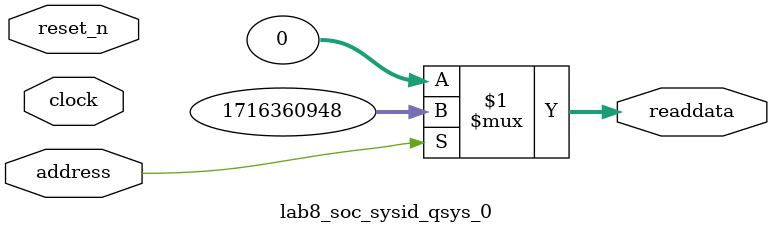
<source format=v>



// synthesis translate_off
`timescale 1ns / 1ps
// synthesis translate_on

// turn off superfluous verilog processor warnings 
// altera message_level Level1 
// altera message_off 10034 10035 10036 10037 10230 10240 10030 

module lab8_soc_sysid_qsys_0 (
               // inputs:
                address,
                clock,
                reset_n,

               // outputs:
                readdata
             )
;

  output  [ 31: 0] readdata;
  input            address;
  input            clock;
  input            reset_n;

  wire    [ 31: 0] readdata;
  //control_slave, which is an e_avalon_slave
  assign readdata = address ? 1716360948 : 0;

endmodule



</source>
